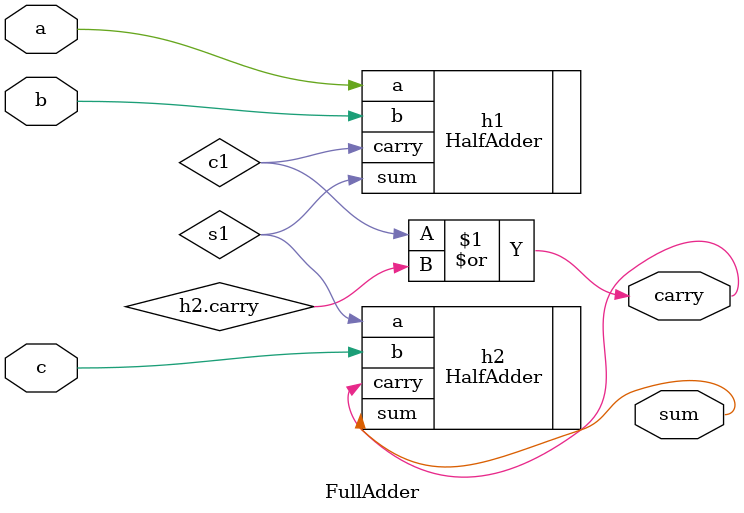
<source format=v>
module FullAdder (
  input a,
  input b,
  input c,
  output sum,
  output carry
);

  // 第一個半加器，產生部分和 s1 和進位 c1
  HalfAdder h1 (
    .a(a),
    .b(b),
    .sum(s1), 
    .carry(c1)
  );

  HalfAdder h2 (
    .a(s1), 
    .b(c), 
    .sum(sum), 
    .carry(carry)
  );

  assign carry = c1 | h2.carry; //c1 or h2.carry

endmodule

</source>
